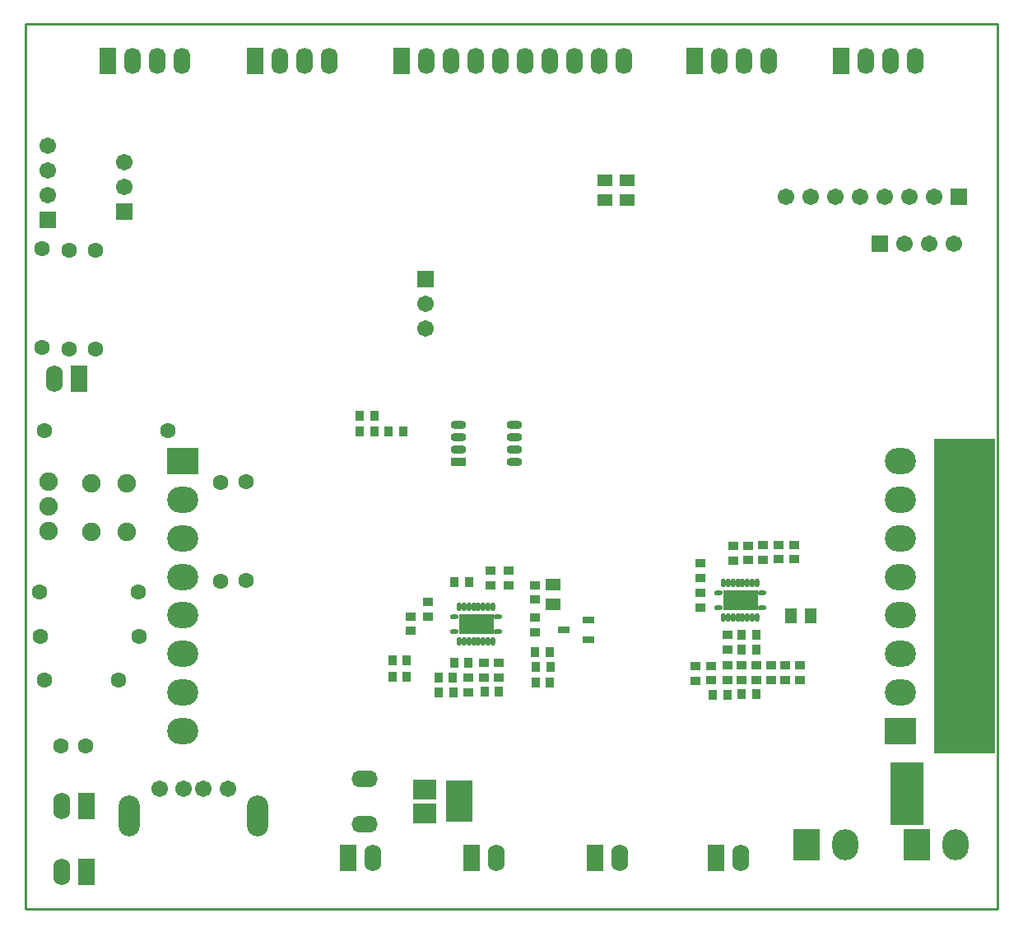
<source format=gbs>
%FSLAX25Y25*%
%MOIN*%
G70*
G01*
G75*
G04 Layer_Color=16711935*
%ADD10R,0.03347X0.02756*%
%ADD11O,0.06299X0.01181*%
%ADD12R,0.06299X0.01181*%
%ADD13O,0.01181X0.06299*%
%ADD14R,0.05000X0.06000*%
%ADD15R,0.02756X0.03347*%
%ADD16R,0.05118X0.03937*%
%ADD17R,0.10630X0.03937*%
%ADD18R,0.03543X0.02126*%
%ADD19R,0.01969X0.06299*%
%ADD20R,0.14410X0.07874*%
%ADD21R,0.14410X0.09843*%
%ADD22R,0.21654X0.05630*%
%ADD23R,0.03937X0.10630*%
%ADD24R,0.20866X0.11024*%
%ADD25R,0.03937X0.05118*%
%ADD26R,0.09843X0.15748*%
%ADD27R,0.08661X0.07087*%
%ADD28O,0.09843X0.05906*%
%ADD29R,0.10000X0.07500*%
%ADD30R,0.02126X0.03543*%
%ADD31R,0.06299X0.01969*%
%ADD32R,0.07874X0.14410*%
%ADD33R,0.09843X0.14410*%
%ADD34R,0.02559X0.05315*%
%ADD35R,0.09449X0.08268*%
%ADD36O,0.03543X0.01969*%
%ADD37O,0.03543X0.01969*%
%ADD38R,0.03543X0.01969*%
%ADD39R,0.02362X0.03937*%
%ADD40R,0.03937X0.02362*%
%ADD41C,0.01000*%
%ADD42C,0.00800*%
%ADD43C,0.03000*%
%ADD44C,0.01500*%
%ADD45C,0.04000*%
%ADD46C,0.01200*%
%ADD47C,0.02000*%
%ADD48C,0.10000*%
%ADD49C,0.08000*%
%ADD50C,0.05000*%
%ADD51R,0.10571X0.09351*%
%ADD52R,0.10871X0.13938*%
%ADD53R,0.06400X0.08900*%
%ADD54R,0.08600X0.43171*%
%ADD55R,0.10722X0.08773*%
%ADD56R,0.28371X0.07471*%
%ADD57R,0.07400X0.15300*%
%ADD58R,0.44271X0.10500*%
%ADD59R,0.12367X0.05271*%
%ADD60R,0.10200X0.04900*%
%ADD61R,0.04000X0.18600*%
%ADD62R,0.18900X0.05200*%
%ADD63R,0.07300X0.29900*%
%ADD64R,0.24300X1.56600*%
%ADD65R,0.50200X0.62200*%
%ADD66R,0.24100X0.17400*%
%ADD67R,0.25624X0.17093*%
%ADD68R,0.23600X0.17400*%
%ADD69R,0.05906X0.05906*%
%ADD70C,0.05906*%
%ADD71O,0.06000X0.10000*%
%ADD72R,0.06000X0.10000*%
%ADD73O,0.11811X0.09843*%
%ADD74R,0.11811X0.09843*%
%ADD75O,0.05906X0.09843*%
%ADD76R,0.05906X0.09843*%
%ADD77R,0.09843X0.11811*%
%ADD78O,0.09843X0.11811*%
%ADD79R,0.05906X0.05906*%
%ADD80C,0.06693*%
%ADD81C,0.05500*%
%ADD82O,0.07874X0.15748*%
%ADD83C,0.05512*%
%ADD84C,0.03000*%
%ADD85C,0.02000*%
%ADD86C,0.04000*%
%ADD87O,0.05500X0.02500*%
%ADD88R,0.05500X0.02500*%
%ADD89O,0.01181X0.02756*%
%ADD90O,0.02756X0.01181*%
%ADD91R,0.13386X0.07087*%
%ADD92R,0.09100X0.04600*%
%ADD93R,0.04000X0.22000*%
%ADD94R,0.18000X0.06400*%
%ADD95R,0.05200X0.25200*%
%ADD96R,0.18400X0.60700*%
%ADD97R,0.24600X1.31200*%
%ADD98R,0.50100X0.62100*%
%ADD99C,0.00394*%
%ADD100C,0.00500*%
%ADD101C,0.00787*%
%ADD102C,0.00591*%
%ADD103R,0.04724X0.02756*%
%ADD104R,0.01968X0.03543*%
%ADD105R,0.23900X1.20759*%
%ADD106R,0.14900X0.21400*%
%ADD107R,0.04147X0.03556*%
%ADD108O,0.07099X0.01981*%
%ADD109R,0.07099X0.01981*%
%ADD110O,0.01981X0.07099*%
%ADD111R,0.05800X0.06800*%
%ADD112R,0.03556X0.04147*%
%ADD113R,0.05918X0.04737*%
%ADD114R,0.11430X0.04737*%
%ADD115R,0.04343X0.02926*%
%ADD116R,0.02769X0.07099*%
%ADD117R,0.15210X0.08674*%
%ADD118R,0.15210X0.10642*%
%ADD119R,0.22453X0.06430*%
%ADD120R,0.04737X0.11430*%
%ADD121R,0.21666X0.11824*%
%ADD122R,0.04737X0.05918*%
%ADD123R,0.10642X0.16548*%
%ADD124R,0.09461X0.07887*%
%ADD125O,0.10642X0.06706*%
%ADD126R,0.10800X0.08300*%
%ADD127R,0.02926X0.04343*%
%ADD128R,0.07099X0.02769*%
%ADD129R,0.08674X0.15210*%
%ADD130R,0.10642X0.15210*%
%ADD131R,0.03359X0.06115*%
%ADD132R,0.10249X0.09068*%
%ADD133O,0.04343X0.02769*%
%ADD134O,0.04343X0.02769*%
%ADD135R,0.04343X0.02769*%
%ADD136R,0.03162X0.04737*%
%ADD137R,0.04737X0.03162*%
%ADD138R,0.06706X0.06706*%
%ADD139C,0.06706*%
%ADD140O,0.06800X0.10800*%
%ADD141R,0.06800X0.10800*%
%ADD142O,0.12611X0.10642*%
%ADD143R,0.12611X0.10642*%
%ADD144O,0.06706X0.10642*%
%ADD145R,0.06706X0.10642*%
%ADD146R,0.10642X0.12611*%
%ADD147O,0.10642X0.12611*%
%ADD148R,0.06706X0.06706*%
%ADD149C,0.07493*%
%ADD150C,0.06300*%
%ADD151O,0.08674X0.16548*%
%ADD152C,0.06312*%
%ADD153R,0.13323X0.25300*%
%ADD154R,0.24600X1.27600*%
%ADD155O,0.06300X0.03300*%
%ADD156R,0.06300X0.03300*%
%ADD157O,0.01981X0.03556*%
%ADD158O,0.03556X0.01981*%
%ADD159R,0.14186X0.07887*%
D41*
X0Y-33D02*
X393701D01*
X0Y-358301D02*
Y-33D01*
Y-358301D02*
X393701D01*
Y-33D01*
D107*
X277500Y-265905D02*
D03*
Y-260000D02*
D03*
X273177Y-236400D02*
D03*
Y-230494D02*
D03*
X286477Y-217500D02*
D03*
Y-211595D02*
D03*
X301802Y-259794D02*
D03*
Y-265700D02*
D03*
X298777Y-211200D02*
D03*
Y-217106D02*
D03*
X304977Y-211000D02*
D03*
Y-216905D02*
D03*
X295965Y-259794D02*
D03*
Y-265700D02*
D03*
X292477Y-217206D02*
D03*
Y-211300D02*
D03*
X311177Y-216905D02*
D03*
Y-211000D02*
D03*
X273277Y-224505D02*
D03*
Y-218600D02*
D03*
X284277Y-253306D02*
D03*
Y-247400D02*
D03*
X271400Y-266005D02*
D03*
Y-260100D02*
D03*
X284290Y-265700D02*
D03*
Y-259794D02*
D03*
X290127Y-259794D02*
D03*
Y-265700D02*
D03*
X307640Y-259794D02*
D03*
Y-265700D02*
D03*
X313477Y-259794D02*
D03*
Y-265700D02*
D03*
X179377Y-264789D02*
D03*
Y-270694D02*
D03*
X162977Y-240005D02*
D03*
Y-234100D02*
D03*
X188177Y-227505D02*
D03*
Y-221600D02*
D03*
X206277Y-233206D02*
D03*
Y-227300D02*
D03*
X195677Y-221500D02*
D03*
Y-227406D02*
D03*
X206277Y-246400D02*
D03*
Y-240494D02*
D03*
X155977Y-245900D02*
D03*
Y-239995D02*
D03*
X191777Y-258900D02*
D03*
Y-264806D02*
D03*
X185477Y-258894D02*
D03*
Y-264800D02*
D03*
D112*
X146994Y-165000D02*
D03*
X152900D02*
D03*
X135294Y-165100D02*
D03*
X141200D02*
D03*
X141305Y-158800D02*
D03*
X135400D02*
D03*
X295877Y-253400D02*
D03*
X289972D02*
D03*
X295977Y-247400D02*
D03*
X290072D02*
D03*
X278400Y-271800D02*
D03*
X284306D02*
D03*
X295983Y-271400D02*
D03*
X290077D02*
D03*
X206372Y-254600D02*
D03*
X212277D02*
D03*
X206572Y-260600D02*
D03*
X212477D02*
D03*
X167372Y-270895D02*
D03*
X173277D02*
D03*
X173472Y-258894D02*
D03*
X179377D02*
D03*
X191783Y-270495D02*
D03*
X185877D02*
D03*
X148472Y-264300D02*
D03*
X154377D02*
D03*
X148472Y-257800D02*
D03*
X154377D02*
D03*
X206477Y-266800D02*
D03*
X212383D02*
D03*
X179577Y-226200D02*
D03*
X173672D02*
D03*
X173077Y-264794D02*
D03*
X167172D02*
D03*
D113*
X243600Y-63600D02*
D03*
Y-71474D02*
D03*
X234600Y-63500D02*
D03*
Y-71374D02*
D03*
X213777Y-235100D02*
D03*
Y-227226D02*
D03*
D122*
X309977Y-239900D02*
D03*
X317851D02*
D03*
D123*
X175757Y-314900D02*
D03*
D124*
X161583Y-309979D02*
D03*
X161584Y-319821D02*
D03*
D125*
X137371Y-305845D02*
D03*
Y-323955D02*
D03*
D137*
X227800Y-249474D02*
D03*
X217957Y-245537D02*
D03*
X227800Y-241600D02*
D03*
D138*
X378100Y-70100D02*
D03*
X346100Y-89176D02*
D03*
D139*
X368100Y-70100D02*
D03*
X358100D02*
D03*
X348100D02*
D03*
X338100D02*
D03*
X328100D02*
D03*
X318100D02*
D03*
X308100D02*
D03*
X376100Y-89176D02*
D03*
X366100D02*
D03*
X356100D02*
D03*
X39900Y-56200D02*
D03*
Y-66200D02*
D03*
X162077Y-123400D02*
D03*
Y-113400D02*
D03*
X9100Y-69300D02*
D03*
Y-59300D02*
D03*
Y-49300D02*
D03*
X54277Y-309900D02*
D03*
X64120D02*
D03*
X71994D02*
D03*
X81836D02*
D03*
D140*
X14677Y-316900D02*
D03*
X14477Y-343400D02*
D03*
X240777Y-337950D02*
D03*
X190627D02*
D03*
X140477D02*
D03*
X289477Y-337900D02*
D03*
X11577Y-143800D02*
D03*
D141*
X24677Y-316900D02*
D03*
X24477Y-343400D02*
D03*
X230777Y-337950D02*
D03*
X180627D02*
D03*
X130477D02*
D03*
X279477Y-337900D02*
D03*
X21577Y-143800D02*
D03*
D142*
X354331Y-270742D02*
D03*
Y-255151D02*
D03*
Y-223970D02*
D03*
Y-239561D02*
D03*
Y-177198D02*
D03*
Y-192789D02*
D03*
Y-208380D02*
D03*
X63780Y-255151D02*
D03*
Y-270742D02*
D03*
Y-286333D02*
D03*
Y-223970D02*
D03*
Y-239561D02*
D03*
Y-208380D02*
D03*
Y-192789D02*
D03*
D143*
X354331Y-286333D02*
D03*
X63780Y-177198D02*
D03*
D144*
X102877Y-15000D02*
D03*
X122877D02*
D03*
X112877D02*
D03*
X43177D02*
D03*
X63177D02*
D03*
X53177D02*
D03*
X290977D02*
D03*
X300977D02*
D03*
X280977D02*
D03*
X350377D02*
D03*
X360377D02*
D03*
X340377D02*
D03*
X172177D02*
D03*
X182177D02*
D03*
X162177D02*
D03*
X192177D02*
D03*
X202177D02*
D03*
X242177D02*
D03*
X232177D02*
D03*
X222177D02*
D03*
X212177D02*
D03*
D145*
X92877D02*
D03*
X33177D02*
D03*
X270977D02*
D03*
X330377D02*
D03*
X152177D02*
D03*
D146*
X316287Y-332400D02*
D03*
X361109Y-332300D02*
D03*
D147*
X331877Y-332400D02*
D03*
X376700Y-332300D02*
D03*
D148*
X39900Y-76200D02*
D03*
X162077Y-103400D02*
D03*
X9100Y-79300D02*
D03*
D149*
X40977Y-205685D02*
D03*
Y-186000D02*
D03*
X26577Y-205885D02*
D03*
Y-186200D02*
D03*
X9377Y-205300D02*
D03*
Y-195300D02*
D03*
Y-185300D02*
D03*
D150*
X24177Y-292600D02*
D03*
X14177D02*
D03*
D151*
X42072Y-320924D02*
D03*
X94041D02*
D03*
D152*
X5877Y-248200D02*
D03*
X45877D02*
D03*
X7677Y-265900D02*
D03*
X37677D02*
D03*
X5577Y-230200D02*
D03*
X45577D02*
D03*
X6677Y-131100D02*
D03*
Y-91100D02*
D03*
X17477Y-131700D02*
D03*
Y-91700D02*
D03*
X28377Y-131700D02*
D03*
Y-91700D02*
D03*
X79077Y-185700D02*
D03*
Y-225700D02*
D03*
X89377Y-185600D02*
D03*
Y-225600D02*
D03*
X57500Y-164700D02*
D03*
X7500D02*
D03*
D153*
X357039Y-311650D02*
D03*
D154*
X380177Y-231700D02*
D03*
D155*
X175300Y-172500D02*
D03*
X197938D02*
D03*
X175300Y-162500D02*
D03*
Y-167500D02*
D03*
X197938Y-162500D02*
D03*
Y-177500D02*
D03*
Y-167500D02*
D03*
D156*
X175300Y-177500D02*
D03*
D157*
X296367Y-240390D02*
D03*
X294398D02*
D03*
X292430D02*
D03*
X290461D02*
D03*
X288493D02*
D03*
X286524D02*
D03*
X284556D02*
D03*
X282587D02*
D03*
Y-226610D02*
D03*
X284556D02*
D03*
X286524D02*
D03*
X288493D02*
D03*
X290461D02*
D03*
X292430D02*
D03*
X294398D02*
D03*
X296367D02*
D03*
X189367Y-249990D02*
D03*
X187399D02*
D03*
X185430D02*
D03*
X183461D02*
D03*
X181493D02*
D03*
X179525D02*
D03*
X177556D02*
D03*
X175587D02*
D03*
Y-236210D02*
D03*
X177556D02*
D03*
X179525D02*
D03*
X181493D02*
D03*
X183461D02*
D03*
X185430D02*
D03*
X187399D02*
D03*
X189367D02*
D03*
D158*
X280619Y-236453D02*
D03*
Y-230547D02*
D03*
X298336D02*
D03*
Y-236453D02*
D03*
X173619Y-246053D02*
D03*
Y-240147D02*
D03*
X191335D02*
D03*
Y-246053D02*
D03*
D159*
X289477Y-233500D02*
D03*
X182477Y-243100D02*
D03*
M02*

</source>
